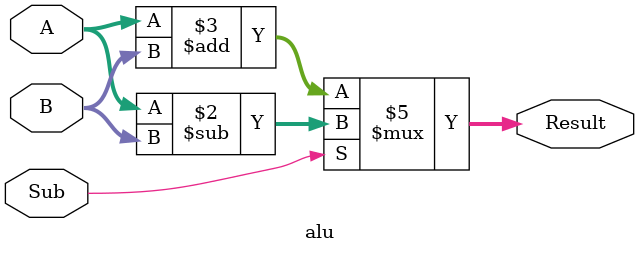
<source format=v>
module alu(A, B, Sub, Result);
    input [15:0] A, B;
    input Sub;  // 0: add, 1: sub
    output reg [15:0] Result;

    always @(*)
        if (Sub)
            Result = A - B;
        else
            Result = A + B;
endmodule

</source>
